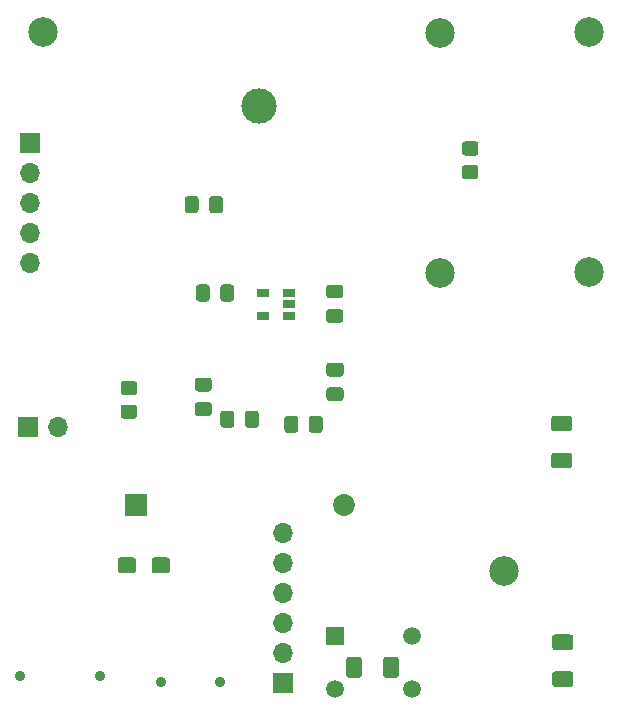
<source format=gbr>
%TF.GenerationSoftware,KiCad,Pcbnew,(5.1.7)-1*%
%TF.CreationDate,2020-10-23T16:32:44-04:00*%
%TF.ProjectId,final_schematic,66696e61-6c5f-4736-9368-656d61746963,3*%
%TF.SameCoordinates,Original*%
%TF.FileFunction,Soldermask,Bot*%
%TF.FilePolarity,Negative*%
%FSLAX46Y46*%
G04 Gerber Fmt 4.6, Leading zero omitted, Abs format (unit mm)*
G04 Created by KiCad (PCBNEW (5.1.7)-1) date 2020-10-23 16:32:44*
%MOMM*%
%LPD*%
G01*
G04 APERTURE LIST*
%ADD10O,1.700000X1.700000*%
%ADD11R,1.700000X1.700000*%
%ADD12C,2.500000*%
%ADD13R,1.060000X0.650000*%
%ADD14C,1.854200*%
%ADD15R,1.854200X1.854200*%
%ADD16C,0.900000*%
%ADD17C,1.498000*%
%ADD18R,1.498000X1.498000*%
%ADD19C,3.000000*%
G04 APERTURE END LIST*
D10*
%TO.C,PROG*%
X101066600Y-68453000D03*
X101066600Y-65913000D03*
X101066600Y-63373000D03*
X101066600Y-60833000D03*
D11*
X101066600Y-58293000D03*
%TD*%
D12*
%TO.C,REF\u002A\u002A*%
X141157960Y-94599760D03*
%TD*%
%TO.C,REF\u002A\u002A*%
X102171500Y-48907700D03*
%TD*%
%TO.C,2.5mm*%
X148374100Y-48920400D03*
%TD*%
%TO.C,REF\u002A\u002A*%
X148336000Y-69253100D03*
%TD*%
%TO.C,REF\u002A\u002A*%
X135763000Y-48983900D03*
%TD*%
%TO.C,REF\u002A\u002A*%
X135724900Y-69316600D03*
%TD*%
D13*
%TO.C,U6*%
X120743800Y-71033600D03*
X120743800Y-72933600D03*
X122943800Y-72933600D03*
X122943800Y-71983600D03*
X122943800Y-71033600D03*
%TD*%
%TO.C,R13*%
G36*
G01*
X137865699Y-60182200D02*
X138765701Y-60182200D01*
G75*
G02*
X139015700Y-60432199I0J-249999D01*
G01*
X139015700Y-61132201D01*
G75*
G02*
X138765701Y-61382200I-249999J0D01*
G01*
X137865699Y-61382200D01*
G75*
G02*
X137615700Y-61132201I0J249999D01*
G01*
X137615700Y-60432199D01*
G75*
G02*
X137865699Y-60182200I249999J0D01*
G01*
G37*
G36*
G01*
X137865699Y-58182200D02*
X138765701Y-58182200D01*
G75*
G02*
X139015700Y-58432199I0J-249999D01*
G01*
X139015700Y-59132201D01*
G75*
G02*
X138765701Y-59382200I-249999J0D01*
G01*
X137865699Y-59382200D01*
G75*
G02*
X137615700Y-59132201I0J249999D01*
G01*
X137615700Y-58432199D01*
G75*
G02*
X137865699Y-58182200I249999J0D01*
G01*
G37*
%TD*%
%TO.C,R12*%
G36*
G01*
X109873201Y-79670200D02*
X108973199Y-79670200D01*
G75*
G02*
X108723200Y-79420201I0J249999D01*
G01*
X108723200Y-78720199D01*
G75*
G02*
X108973199Y-78470200I249999J0D01*
G01*
X109873201Y-78470200D01*
G75*
G02*
X110123200Y-78720199I0J-249999D01*
G01*
X110123200Y-79420201D01*
G75*
G02*
X109873201Y-79670200I-249999J0D01*
G01*
G37*
G36*
G01*
X109873201Y-81670200D02*
X108973199Y-81670200D01*
G75*
G02*
X108723200Y-81420201I0J249999D01*
G01*
X108723200Y-80720199D01*
G75*
G02*
X108973199Y-80470200I249999J0D01*
G01*
X109873201Y-80470200D01*
G75*
G02*
X110123200Y-80720199I0J-249999D01*
G01*
X110123200Y-81420201D01*
G75*
G02*
X109873201Y-81670200I-249999J0D01*
G01*
G37*
%TD*%
D10*
%TO.C,SYSOFF*%
X103441500Y-82334100D03*
D11*
X100901500Y-82334100D03*
%TD*%
D10*
%TO.C,BB*%
X122509280Y-91358720D03*
X122509280Y-93898720D03*
X122509280Y-96438720D03*
X122509280Y-98978720D03*
X122509280Y-101518720D03*
D11*
X122509280Y-104058720D03*
%TD*%
%TO.C,C2*%
G36*
G01*
X146801601Y-104383800D02*
X145501599Y-104383800D01*
G75*
G02*
X145251600Y-104133801I0J249999D01*
G01*
X145251600Y-103308799D01*
G75*
G02*
X145501599Y-103058800I249999J0D01*
G01*
X146801601Y-103058800D01*
G75*
G02*
X147051600Y-103308799I0J-249999D01*
G01*
X147051600Y-104133801D01*
G75*
G02*
X146801601Y-104383800I-249999J0D01*
G01*
G37*
G36*
G01*
X146801601Y-101258800D02*
X145501599Y-101258800D01*
G75*
G02*
X145251600Y-101008801I0J249999D01*
G01*
X145251600Y-100183799D01*
G75*
G02*
X145501599Y-99933800I249999J0D01*
G01*
X146801601Y-99933800D01*
G75*
G02*
X147051600Y-100183799I0J-249999D01*
G01*
X147051600Y-101008801D01*
G75*
G02*
X146801601Y-101258800I-249999J0D01*
G01*
G37*
%TD*%
%TO.C,C3*%
G36*
G01*
X132273000Y-102067599D02*
X132273000Y-103367601D01*
G75*
G02*
X132023001Y-103617600I-249999J0D01*
G01*
X131197999Y-103617600D01*
G75*
G02*
X130948000Y-103367601I0J249999D01*
G01*
X130948000Y-102067599D01*
G75*
G02*
X131197999Y-101817600I249999J0D01*
G01*
X132023001Y-101817600D01*
G75*
G02*
X132273000Y-102067599I0J-249999D01*
G01*
G37*
G36*
G01*
X129148000Y-102067599D02*
X129148000Y-103367601D01*
G75*
G02*
X128898001Y-103617600I-249999J0D01*
G01*
X128072999Y-103617600D01*
G75*
G02*
X127823000Y-103367601I0J249999D01*
G01*
X127823000Y-102067599D01*
G75*
G02*
X128072999Y-101817600I249999J0D01*
G01*
X128898001Y-101817600D01*
G75*
G02*
X129148000Y-102067599I0J-249999D01*
G01*
G37*
%TD*%
%TO.C,C6*%
G36*
G01*
X126372600Y-72378900D02*
X127322600Y-72378900D01*
G75*
G02*
X127572600Y-72628900I0J-250000D01*
G01*
X127572600Y-73303900D01*
G75*
G02*
X127322600Y-73553900I-250000J0D01*
G01*
X126372600Y-73553900D01*
G75*
G02*
X126122600Y-73303900I0J250000D01*
G01*
X126122600Y-72628900D01*
G75*
G02*
X126372600Y-72378900I250000J0D01*
G01*
G37*
G36*
G01*
X126372600Y-70303900D02*
X127322600Y-70303900D01*
G75*
G02*
X127572600Y-70553900I0J-250000D01*
G01*
X127572600Y-71228900D01*
G75*
G02*
X127322600Y-71478900I-250000J0D01*
G01*
X126372600Y-71478900D01*
G75*
G02*
X126122600Y-71228900I0J250000D01*
G01*
X126122600Y-70553900D01*
G75*
G02*
X126372600Y-70303900I250000J0D01*
G01*
G37*
%TD*%
%TO.C,C7*%
G36*
G01*
X117170800Y-82186800D02*
X117170800Y-81236800D01*
G75*
G02*
X117420800Y-80986800I250000J0D01*
G01*
X118095800Y-80986800D01*
G75*
G02*
X118345800Y-81236800I0J-250000D01*
G01*
X118345800Y-82186800D01*
G75*
G02*
X118095800Y-82436800I-250000J0D01*
G01*
X117420800Y-82436800D01*
G75*
G02*
X117170800Y-82186800I0J250000D01*
G01*
G37*
G36*
G01*
X119245800Y-82186800D02*
X119245800Y-81236800D01*
G75*
G02*
X119495800Y-80986800I250000J0D01*
G01*
X120170800Y-80986800D01*
G75*
G02*
X120420800Y-81236800I0J-250000D01*
G01*
X120420800Y-82186800D01*
G75*
G02*
X120170800Y-82436800I-250000J0D01*
G01*
X119495800Y-82436800D01*
G75*
G02*
X119245800Y-82186800I0J250000D01*
G01*
G37*
%TD*%
%TO.C,C8*%
G36*
G01*
X123756000Y-81668600D02*
X123756000Y-82618600D01*
G75*
G02*
X123506000Y-82868600I-250000J0D01*
G01*
X122831000Y-82868600D01*
G75*
G02*
X122581000Y-82618600I0J250000D01*
G01*
X122581000Y-81668600D01*
G75*
G02*
X122831000Y-81418600I250000J0D01*
G01*
X123506000Y-81418600D01*
G75*
G02*
X123756000Y-81668600I0J-250000D01*
G01*
G37*
G36*
G01*
X125831000Y-81668600D02*
X125831000Y-82618600D01*
G75*
G02*
X125581000Y-82868600I-250000J0D01*
G01*
X124906000Y-82868600D01*
G75*
G02*
X124656000Y-82618600I0J250000D01*
G01*
X124656000Y-81668600D01*
G75*
G02*
X124906000Y-81418600I250000J0D01*
G01*
X125581000Y-81418600D01*
G75*
G02*
X125831000Y-81668600I0J-250000D01*
G01*
G37*
%TD*%
%TO.C,C9*%
G36*
G01*
X116197400Y-79360700D02*
X115247400Y-79360700D01*
G75*
G02*
X114997400Y-79110700I0J250000D01*
G01*
X114997400Y-78435700D01*
G75*
G02*
X115247400Y-78185700I250000J0D01*
G01*
X116197400Y-78185700D01*
G75*
G02*
X116447400Y-78435700I0J-250000D01*
G01*
X116447400Y-79110700D01*
G75*
G02*
X116197400Y-79360700I-250000J0D01*
G01*
G37*
G36*
G01*
X116197400Y-81435700D02*
X115247400Y-81435700D01*
G75*
G02*
X114997400Y-81185700I0J250000D01*
G01*
X114997400Y-80510700D01*
G75*
G02*
X115247400Y-80260700I250000J0D01*
G01*
X116197400Y-80260700D01*
G75*
G02*
X116447400Y-80510700I0J-250000D01*
G01*
X116447400Y-81185700D01*
G75*
G02*
X116197400Y-81435700I-250000J0D01*
G01*
G37*
%TD*%
%TO.C,C10*%
G36*
G01*
X117163000Y-71493400D02*
X117163000Y-70543400D01*
G75*
G02*
X117413000Y-70293400I250000J0D01*
G01*
X118088000Y-70293400D01*
G75*
G02*
X118338000Y-70543400I0J-250000D01*
G01*
X118338000Y-71493400D01*
G75*
G02*
X118088000Y-71743400I-250000J0D01*
G01*
X117413000Y-71743400D01*
G75*
G02*
X117163000Y-71493400I0J250000D01*
G01*
G37*
G36*
G01*
X115088000Y-71493400D02*
X115088000Y-70543400D01*
G75*
G02*
X115338000Y-70293400I250000J0D01*
G01*
X116013000Y-70293400D01*
G75*
G02*
X116263000Y-70543400I0J-250000D01*
G01*
X116263000Y-71493400D01*
G75*
G02*
X116013000Y-71743400I-250000J0D01*
G01*
X115338000Y-71743400D01*
G75*
G02*
X115088000Y-71493400I0J250000D01*
G01*
G37*
%TD*%
%TO.C,C11*%
G36*
G01*
X127348000Y-80165700D02*
X126398000Y-80165700D01*
G75*
G02*
X126148000Y-79915700I0J250000D01*
G01*
X126148000Y-79240700D01*
G75*
G02*
X126398000Y-78990700I250000J0D01*
G01*
X127348000Y-78990700D01*
G75*
G02*
X127598000Y-79240700I0J-250000D01*
G01*
X127598000Y-79915700D01*
G75*
G02*
X127348000Y-80165700I-250000J0D01*
G01*
G37*
G36*
G01*
X127348000Y-78090700D02*
X126398000Y-78090700D01*
G75*
G02*
X126148000Y-77840700I0J250000D01*
G01*
X126148000Y-77165700D01*
G75*
G02*
X126398000Y-76915700I250000J0D01*
G01*
X127348000Y-76915700D01*
G75*
G02*
X127598000Y-77165700I0J-250000D01*
G01*
X127598000Y-77840700D01*
G75*
G02*
X127348000Y-78090700I-250000J0D01*
G01*
G37*
%TD*%
%TO.C,C13*%
G36*
G01*
X114148200Y-64013100D02*
X114148200Y-63063100D01*
G75*
G02*
X114398200Y-62813100I250000J0D01*
G01*
X115073200Y-62813100D01*
G75*
G02*
X115323200Y-63063100I0J-250000D01*
G01*
X115323200Y-64013100D01*
G75*
G02*
X115073200Y-64263100I-250000J0D01*
G01*
X114398200Y-64263100D01*
G75*
G02*
X114148200Y-64013100I0J250000D01*
G01*
G37*
G36*
G01*
X116223200Y-64013100D02*
X116223200Y-63063100D01*
G75*
G02*
X116473200Y-62813100I250000J0D01*
G01*
X117148200Y-62813100D01*
G75*
G02*
X117398200Y-63063100I0J-250000D01*
G01*
X117398200Y-64013100D01*
G75*
G02*
X117148200Y-64263100I-250000J0D01*
G01*
X116473200Y-64263100D01*
G75*
G02*
X116223200Y-64013100I0J250000D01*
G01*
G37*
%TD*%
%TO.C,C14*%
G36*
G01*
X146712701Y-85867600D02*
X145412699Y-85867600D01*
G75*
G02*
X145162700Y-85617601I0J249999D01*
G01*
X145162700Y-84792599D01*
G75*
G02*
X145412699Y-84542600I249999J0D01*
G01*
X146712701Y-84542600D01*
G75*
G02*
X146962700Y-84792599I0J-249999D01*
G01*
X146962700Y-85617601D01*
G75*
G02*
X146712701Y-85867600I-249999J0D01*
G01*
G37*
G36*
G01*
X146712701Y-82742600D02*
X145412699Y-82742600D01*
G75*
G02*
X145162700Y-82492601I0J249999D01*
G01*
X145162700Y-81667599D01*
G75*
G02*
X145412699Y-81417600I249999J0D01*
G01*
X146712701Y-81417600D01*
G75*
G02*
X146962700Y-81667599I0J-249999D01*
G01*
X146962700Y-82492601D01*
G75*
G02*
X146712701Y-82742600I-249999J0D01*
G01*
G37*
%TD*%
%TO.C,C19*%
G36*
G01*
X112918200Y-93656599D02*
X112918200Y-94506601D01*
G75*
G02*
X112668201Y-94756600I-249999J0D01*
G01*
X111593199Y-94756600D01*
G75*
G02*
X111343200Y-94506601I0J249999D01*
G01*
X111343200Y-93656599D01*
G75*
G02*
X111593199Y-93406600I249999J0D01*
G01*
X112668201Y-93406600D01*
G75*
G02*
X112918200Y-93656599I0J-249999D01*
G01*
G37*
G36*
G01*
X110043200Y-93656599D02*
X110043200Y-94506601D01*
G75*
G02*
X109793201Y-94756600I-249999J0D01*
G01*
X108718199Y-94756600D01*
G75*
G02*
X108468200Y-94506601I0J249999D01*
G01*
X108468200Y-93656599D01*
G75*
G02*
X108718199Y-93406600I249999J0D01*
G01*
X109793201Y-93406600D01*
G75*
G02*
X110043200Y-93656599I0J-249999D01*
G01*
G37*
%TD*%
D14*
%TO.C,D3*%
X127635000Y-89001600D03*
D15*
X110007400Y-89001600D03*
%TD*%
D16*
%TO.C,S1*%
X112142900Y-103923900D03*
X117142900Y-103923900D03*
%TD*%
%TO.C,SESS*%
X100206600Y-103441500D03*
X107006600Y-103441500D03*
%TD*%
D17*
%TO.C,SW3*%
X126850000Y-104558800D03*
D18*
X126850000Y-100058800D03*
D17*
X133350000Y-104558800D03*
X133350000Y-100058800D03*
%TD*%
D19*
%TO.C,GPS*%
X120459600Y-55172000D03*
%TD*%
M02*

</source>
